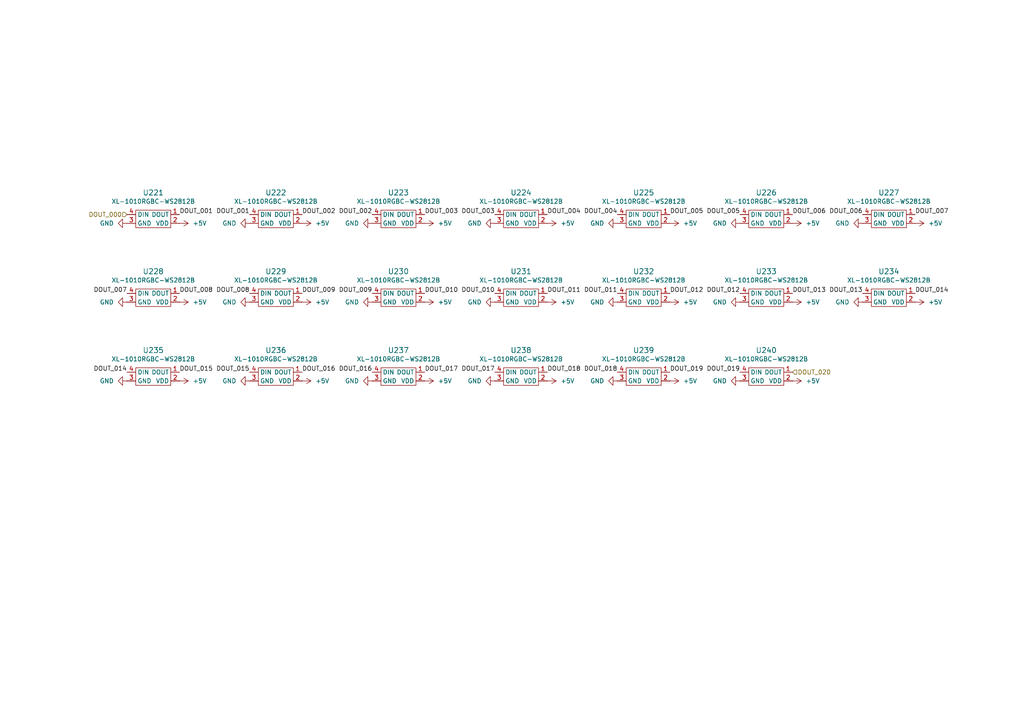
<source format=kicad_sch>
(kicad_sch (version 20250114) (generator "eeschema") (generator_version "9.0")
  (paper "A4")
  (lib_symbols
    (symbol "SK6805-EC10-000:SK6805_EC10-000"
      (property "Reference" "U" (at -2.54 3.556 0))
      (property "Value" "XL-1010RGBC-WS2812B" (at 1.016 -3.81 0))
      (symbol "SK6805_EC10-000_1_1"
        (rectangle (start -5.08 2.54) (end 5.08 -2.54))
        (pin passive line (at -7.62 1.27 0) (length 2.54) (name "DIN") (number "4"))
        (pin passive line (at -7.62 -1.27 0) (length 2.54) (name "GND") (number "3"))
        (pin passive line (at 7.62 1.27 180) (length 2.54) (name "DOUT") (number "1"))
        (pin passive line (at 7.62 -1.27 180) (length 2.54) (name "VDD") (number "2"))
      )
    )
    (symbol "power:+5V" (power) (pin_numbers (hide yes)) (pin_names (offset 0) (hide yes))
      (property "Value" "+5V" (at 0 3.556 0))
      (symbol "+5V_0_1"
        (polyline (pts (xy -0.762 1.27) (xy 0 2.54)))
        (polyline (pts (xy 0 2.54) (xy 0.762 1.27)))
        (polyline (pts (xy 0 0) (xy 0 2.54)))
      )
      (symbol "+5V_1_1"
        (pin power_in line (at 0 0 90) (length 0) (name "~") (number "1"))
      )
    )
    (symbol "power:GND" (power) (pin_numbers (hide yes)) (pin_names (offset 0) (hide yes))
      (property "Value" "GND" (at 0 -3.81 0))
      (symbol "GND_0_1"
        (polyline (pts (xy 0 0) (xy 0 -1.27) (xy 1.27 -1.27) (xy 0 -2.54) (xy -1.27 -1.27) (xy 0 -1.27)))
      )
      (symbol "GND_1_1"
        (pin power_in line (at 0 0 270) (length 0) (name "~") (number "1"))
      )
    )
  )
  (label "DOUT_019" (at 194.31 107.95 0))
  (label "DOUT_018" (at 179.07 107.95 180))
  (label "DOUT_011" (at 158.75 85.09 0))
  (label "DOUT_017" (at 143.51 107.95 180))
  (label "DOUT_002" (at 87.63 62.23 0))
  (label "DOUT_014" (at 265.43 85.09 0))
  (label "DOUT_019" (at 214.63 107.95 180))
  (label "DOUT_014" (at 36.83 107.95 180))
  (label "DOUT_013" (at 229.87 85.09 0))
  (label "DOUT_015" (at 52.07 107.95 0))
  (label "DOUT_001" (at 72.39 62.23 180))
  (label "DOUT_002" (at 107.95 62.23 180))
  (label "DOUT_007" (at 265.43 62.23 0))
  (label "DOUT_004" (at 158.75 62.23 0))
  (label "DOUT_018" (at 158.75 107.95 0))
  (label "DOUT_017" (at 123.19 107.95 0))
  (label "DOUT_009" (at 87.63 85.09 0))
  (label "DOUT_008" (at 72.39 85.09 180))
  (label "DOUT_006" (at 250.19 62.23 180))
  (label "DOUT_016" (at 87.63 107.95 0))
  (label "DOUT_010" (at 123.19 85.09 0))
  (label "DOUT_003" (at 143.51 62.23 180))
  (label "DOUT_009" (at 107.95 85.09 180))
  (label "DOUT_015" (at 72.39 107.95 180))
  (label "DOUT_005" (at 214.63 62.23 180))
  (label "DOUT_013" (at 250.19 85.09 180))
  (label "DOUT_012" (at 194.31 85.09 0))
  (label "DOUT_012" (at 214.63 85.09 180))
  (label "DOUT_001" (at 52.07 62.23 0))
  (label "DOUT_006" (at 229.87 62.23 0))
  (label "DOUT_016" (at 107.95 107.95 180))
  (label "DOUT_003" (at 123.19 62.23 0))
  (label "DOUT_007" (at 36.83 85.09 180))
  (label "DOUT_008" (at 52.07 85.09 0))
  (label "DOUT_010" (at 143.51 85.09 180))
  (label "DOUT_004" (at 179.07 62.23 180))
  (label "DOUT_005" (at 194.31 62.23 0))
  (label "DOUT_011" (at 179.07 85.09 180))
  (hierarchical_label "DOUT_000" (shape input) (at 36.83 62.23 180))
  (hierarchical_label "DOUT_020" (shape input) (at 229.87 107.95 0))
  (symbol (lib_id "SK6805-EC10-000:SK6805_EC10-000") (at 44.45 109.22 0) (unit 1)
    (property "Reference" "U235" (at 44.45 101.6 0) (effects (font (size 1.524 1.524))))
    (property "Value" "XL-1010RGBC-WS2812B" (at 44.45 104.14 0))
    (property "Footprint" "SK6805-EC10-000:SMD-4P,1.1x1.1mm" (effects (hide yes)))
    (property "Datasheet" "4492" (effects (hide yes)))
    (property "LCSC" "C5349953" (effects (hide yes)))
  )
  (symbol (lib_id "power:GND") (at 36.83 110.49 270) (unit 1)
    (property "Reference" "#PWR883" (effects (hide yes)))
    (property "Value" "GND" (at 33.02 110.4899 90) (effects (justify right)))
    (property "Description" "Power symbol creates a global label with name \"GND\" , ground" (effects (hide yes)))
  )
  (symbol (lib_id "power:+5V") (at 229.87 110.49 270) (unit 1)
    (property "Reference" "#PWR952" (effects (hide yes)))
    (property "Value" "+5V" (at 233.68 110.4901 90) (effects (justify left)))
    (property "Description" "Power symbol creates a global label with name \"+5V\"" (effects (hide yes)))
  )
  (symbol (lib_id "power:GND") (at 107.95 87.63 270) (unit 1)
    (property "Reference" "#PWR906" (effects (hide yes)))
    (property "Value" "GND" (at 104.14 87.6299 90) (effects (justify right)))
    (property "Description" "Power symbol creates a global label with name \"GND\" , ground" (effects (hide yes)))
  )
  (symbol (lib_id "SK6805-EC10-000:SK6805_EC10-000") (at 257.81 63.5 0) (unit 1)
    (property "Reference" "U227" (at 257.81 55.88 0) (effects (font (size 1.524 1.524))))
    (property "Value" "XL-1010RGBC-WS2812B" (at 257.81 58.42 0))
    (property "Footprint" "SK6805-EC10-000:SMD-4P,1.1x1.1mm" (effects (hide yes)))
    (property "Datasheet" "4492" (effects (hide yes)))
    (property "LCSC" "C5349953" (effects (hide yes)))
  )
  (symbol (lib_id "power:GND") (at 214.63 64.77 270) (unit 1)
    (property "Reference" "#PWR941" (effects (hide yes)))
    (property "Value" "GND" (at 210.82 64.7699 90) (effects (justify right)))
    (property "Description" "Power symbol creates a global label with name \"GND\" , ground" (effects (hide yes)))
  )
  (symbol (lib_id "power:GND") (at 72.39 64.77 270) (unit 1)
    (property "Reference" "#PWR893" (effects (hide yes)))
    (property "Value" "GND" (at 68.58 64.7699 90) (effects (justify right)))
    (property "Description" "Power symbol creates a global label with name \"GND\" , ground" (effects (hide yes)))
  )
  (symbol (lib_id "power:GND") (at 107.95 110.49 270) (unit 1)
    (property "Reference" "#PWR907" (effects (hide yes)))
    (property "Value" "GND" (at 104.14 110.4899 90) (effects (justify right)))
    (property "Description" "Power symbol creates a global label with name \"GND\" , ground" (effects (hide yes)))
  )
  (symbol (lib_id "power:GND") (at 143.51 64.77 270) (unit 1)
    (property "Reference" "#PWR917" (effects (hide yes)))
    (property "Value" "GND" (at 139.7 64.7699 90) (effects (justify right)))
    (property "Description" "Power symbol creates a global label with name \"GND\" , ground" (effects (hide yes)))
  )
  (symbol (lib_id "power:+5V") (at 87.63 64.77 270) (unit 1)
    (property "Reference" "#PWR902" (effects (hide yes)))
    (property "Value" "+5V" (at 91.44 64.7701 90) (effects (justify left)))
    (property "Description" "Power symbol creates a global label with name \"+5V\"" (effects (hide yes)))
  )
  (symbol (lib_id "power:+5V") (at 52.07 110.49 270) (unit 1)
    (property "Reference" "#PWR892" (effects (hide yes)))
    (property "Value" "+5V" (at 55.88 110.4901 90) (effects (justify left)))
    (property "Description" "Power symbol creates a global label with name \"+5V\"" (effects (hide yes)))
  )
  (symbol (lib_id "SK6805-EC10-000:SK6805_EC10-000") (at 222.25 63.5 0) (unit 1)
    (property "Reference" "U226" (at 222.25 55.88 0) (effects (font (size 1.524 1.524))))
    (property "Value" "XL-1010RGBC-WS2812B" (at 222.25 58.42 0))
    (property "Footprint" "SK6805-EC10-000:SMD-4P,1.1x1.1mm" (effects (hide yes)))
    (property "Datasheet" "4492" (effects (hide yes)))
    (property "LCSC" "C5349953" (effects (hide yes)))
  )
  (symbol (lib_id "SK6805-EC10-000:SK6805_EC10-000") (at 186.69 63.5 0) (unit 1)
    (property "Reference" "U225" (at 186.69 55.88 0) (effects (font (size 1.524 1.524))))
    (property "Value" "XL-1010RGBC-WS2812B" (at 186.69 58.42 0))
    (property "Footprint" "SK6805-EC10-000:SMD-4P,1.1x1.1mm" (effects (hide yes)))
    (property "Datasheet" "4492" (effects (hide yes)))
    (property "LCSC" "C5349953" (effects (hide yes)))
  )
  (symbol (lib_id "power:+5V") (at 123.19 110.49 270) (unit 1)
    (property "Reference" "#PWR916" (effects (hide yes)))
    (property "Value" "+5V" (at 127 110.4901 90) (effects (justify left)))
    (property "Description" "Power symbol creates a global label with name \"+5V\"" (effects (hide yes)))
  )
  (symbol (lib_id "power:+5V") (at 123.19 64.77 270) (unit 1)
    (property "Reference" "#PWR914" (effects (hide yes)))
    (property "Value" "+5V" (at 127 64.7701 90) (effects (justify left)))
    (property "Description" "Power symbol creates a global label with name \"+5V\"" (effects (hide yes)))
  )
  (symbol (lib_id "SK6805-EC10-000:SK6805_EC10-000") (at 222.25 109.22 0) (unit 1)
    (property "Reference" "U240" (at 222.25 101.6 0) (effects (font (size 1.524 1.524))))
    (property "Value" "XL-1010RGBC-WS2812B" (at 222.25 104.14 0))
    (property "Footprint" "SK6805-EC10-000:SMD-4P,1.1x1.1mm" (effects (hide yes)))
    (property "Datasheet" "4492" (effects (hide yes)))
    (property "LCSC" "C5349953" (effects (hide yes)))
  )
  (symbol (lib_id "power:GND") (at 72.39 87.63 270) (unit 1)
    (property "Reference" "#PWR894" (effects (hide yes)))
    (property "Value" "GND" (at 68.58 87.6299 90) (effects (justify right)))
    (property "Description" "Power symbol creates a global label with name \"GND\" , ground" (effects (hide yes)))
  )
  (symbol (lib_id "power:+5V") (at 87.63 87.63 270) (unit 1)
    (property "Reference" "#PWR903" (effects (hide yes)))
    (property "Value" "+5V" (at 91.44 87.6301 90) (effects (justify left)))
    (property "Description" "Power symbol creates a global label with name \"+5V\"" (effects (hide yes)))
  )
  (symbol (lib_id "power:+5V") (at 158.75 64.77 270) (unit 1)
    (property "Reference" "#PWR926" (effects (hide yes)))
    (property "Value" "+5V" (at 162.56 64.7701 90) (effects (justify left)))
    (property "Description" "Power symbol creates a global label with name \"+5V\"" (effects (hide yes)))
  )
  (symbol (lib_id "SK6805-EC10-000:SK6805_EC10-000") (at 151.13 63.5 0) (unit 1)
    (property "Reference" "U224" (at 151.13 55.88 0) (effects (font (size 1.524 1.524))))
    (property "Value" "XL-1010RGBC-WS2812B" (at 151.13 58.42 0))
    (property "Footprint" "SK6805-EC10-000:SMD-4P,1.1x1.1mm" (effects (hide yes)))
    (property "Datasheet" "4492" (effects (hide yes)))
    (property "LCSC" "C5349953" (effects (hide yes)))
  )
  (symbol (lib_id "power:+5V") (at 158.75 110.49 270) (unit 1)
    (property "Reference" "#PWR928" (effects (hide yes)))
    (property "Value" "+5V" (at 162.56 110.4901 90) (effects (justify left)))
    (property "Description" "Power symbol creates a global label with name \"+5V\"" (effects (hide yes)))
  )
  (symbol (lib_id "power:GND") (at 250.19 87.63 270) (unit 1)
    (property "Reference" "#PWR954" (effects (hide yes)))
    (property "Value" "GND" (at 246.38 87.6299 90) (effects (justify right)))
    (property "Description" "Power symbol creates a global label with name \"GND\" , ground" (effects (hide yes)))
  )
  (symbol (lib_id "SK6805-EC10-000:SK6805_EC10-000") (at 115.57 109.22 0) (unit 1)
    (property "Reference" "U237" (at 115.57 101.6 0) (effects (font (size 1.524 1.524))))
    (property "Value" "XL-1010RGBC-WS2812B" (at 115.57 104.14 0))
    (property "Footprint" "SK6805-EC10-000:SMD-4P,1.1x1.1mm" (effects (hide yes)))
    (property "Datasheet" "4492" (effects (hide yes)))
    (property "LCSC" "C5349953" (effects (hide yes)))
  )
  (symbol (lib_id "power:GND") (at 179.07 64.77 270) (unit 1)
    (property "Reference" "#PWR929" (effects (hide yes)))
    (property "Value" "GND" (at 175.26 64.7699 90) (effects (justify right)))
    (property "Description" "Power symbol creates a global label with name \"GND\" , ground" (effects (hide yes)))
  )
  (symbol (lib_id "SK6805-EC10-000:SK6805_EC10-000") (at 186.69 86.36 0) (unit 1)
    (property "Reference" "U232" (at 186.69 78.74 0) (effects (font (size 1.524 1.524))))
    (property "Value" "XL-1010RGBC-WS2812B" (at 186.69 81.28 0))
    (property "Footprint" "SK6805-EC10-000:SMD-4P,1.1x1.1mm" (effects (hide yes)))
    (property "Datasheet" "4492" (effects (hide yes)))
    (property "LCSC" "C5349953" (effects (hide yes)))
  )
  (symbol (lib_id "power:+5V") (at 194.31 110.49 270) (unit 1)
    (property "Reference" "#PWR940" (effects (hide yes)))
    (property "Value" "+5V" (at 198.12 110.4901 90) (effects (justify left)))
    (property "Description" "Power symbol creates a global label with name \"+5V\"" (effects (hide yes)))
  )
  (symbol (lib_id "SK6805-EC10-000:SK6805_EC10-000") (at 80.01 86.36 0) (unit 1)
    (property "Reference" "U229" (at 80.01 78.74 0) (effects (font (size 1.524 1.524))))
    (property "Value" "XL-1010RGBC-WS2812B" (at 80.01 81.28 0))
    (property "Footprint" "SK6805-EC10-000:SMD-4P,1.1x1.1mm" (effects (hide yes)))
    (property "Datasheet" "4492" (effects (hide yes)))
    (property "LCSC" "C5349953" (effects (hide yes)))
  )
  (symbol (lib_id "SK6805-EC10-000:SK6805_EC10-000") (at 151.13 86.36 0) (unit 1)
    (property "Reference" "U231" (at 151.13 78.74 0) (effects (font (size 1.524 1.524))))
    (property "Value" "XL-1010RGBC-WS2812B" (at 151.13 81.28 0))
    (property "Footprint" "SK6805-EC10-000:SMD-4P,1.1x1.1mm" (effects (hide yes)))
    (property "Datasheet" "4492" (effects (hide yes)))
    (property "LCSC" "C5349953" (effects (hide yes)))
  )
  (symbol (lib_id "power:+5V") (at 194.31 64.77 270) (unit 1)
    (property "Reference" "#PWR938" (effects (hide yes)))
    (property "Value" "+5V" (at 198.12 64.7701 90) (effects (justify left)))
    (property "Description" "Power symbol creates a global label with name \"+5V\"" (effects (hide yes)))
  )
  (symbol (lib_id "SK6805-EC10-000:SK6805_EC10-000") (at 44.45 86.36 0) (unit 1)
    (property "Reference" "U228" (at 44.45 78.74 0) (effects (font (size 1.524 1.524))))
    (property "Value" "XL-1010RGBC-WS2812B" (at 44.45 81.28 0))
    (property "Footprint" "SK6805-EC10-000:SMD-4P,1.1x1.1mm" (effects (hide yes)))
    (property "Datasheet" "4492" (effects (hide yes)))
    (property "LCSC" "C5349953" (effects (hide yes)))
  )
  (symbol (lib_id "power:+5V") (at 229.87 87.63 270) (unit 1)
    (property "Reference" "#PWR951" (effects (hide yes)))
    (property "Value" "+5V" (at 233.68 87.6301 90) (effects (justify left)))
    (property "Description" "Power symbol creates a global label with name \"+5V\"" (effects (hide yes)))
  )
  (symbol (lib_id "power:+5V") (at 194.31 87.63 270) (unit 1)
    (property "Reference" "#PWR939" (effects (hide yes)))
    (property "Value" "+5V" (at 198.12 87.6301 90) (effects (justify left)))
    (property "Description" "Power symbol creates a global label with name \"+5V\"" (effects (hide yes)))
  )
  (symbol (lib_id "SK6805-EC10-000:SK6805_EC10-000") (at 151.13 109.22 0) (unit 1)
    (property "Reference" "U238" (at 151.13 101.6 0) (effects (font (size 1.524 1.524))))
    (property "Value" "XL-1010RGBC-WS2812B" (at 151.13 104.14 0))
    (property "Footprint" "SK6805-EC10-000:SMD-4P,1.1x1.1mm" (effects (hide yes)))
    (property "Datasheet" "4492" (effects (hide yes)))
    (property "LCSC" "C5349953" (effects (hide yes)))
  )
  (symbol (lib_id "power:GND") (at 36.83 64.77 270) (unit 1)
    (property "Reference" "#PWR881" (effects (hide yes)))
    (property "Value" "GND" (at 33.02 64.7699 90) (effects (justify right)))
    (property "Description" "Power symbol creates a global label with name \"GND\" , ground" (effects (hide yes)))
  )
  (symbol (lib_id "power:GND") (at 36.83 87.63 270) (unit 1)
    (property "Reference" "#PWR882" (effects (hide yes)))
    (property "Value" "GND" (at 33.02 87.6299 90) (effects (justify right)))
    (property "Description" "Power symbol creates a global label with name \"GND\" , ground" (effects (hide yes)))
  )
  (symbol (lib_id "power:+5V") (at 52.07 64.77 270) (unit 1)
    (property "Reference" "#PWR890" (effects (hide yes)))
    (property "Value" "+5V" (at 55.88 64.7701 90) (effects (justify left)))
    (property "Description" "Power symbol creates a global label with name \"+5V\"" (effects (hide yes)))
  )
  (symbol (lib_id "SK6805-EC10-000:SK6805_EC10-000") (at 115.57 86.36 0) (unit 1)
    (property "Reference" "U230" (at 115.57 78.74 0) (effects (font (size 1.524 1.524))))
    (property "Value" "XL-1010RGBC-WS2812B" (at 115.57 81.28 0))
    (property "Footprint" "SK6805-EC10-000:SMD-4P,1.1x1.1mm" (effects (hide yes)))
    (property "Datasheet" "4492" (effects (hide yes)))
    (property "LCSC" "C5349953" (effects (hide yes)))
  )
  (symbol (lib_id "power:GND") (at 250.19 64.77 270) (unit 1)
    (property "Reference" "#PWR953" (effects (hide yes)))
    (property "Value" "GND" (at 246.38 64.7699 90) (effects (justify right)))
    (property "Description" "Power symbol creates a global label with name \"GND\" , ground" (effects (hide yes)))
  )
  (symbol (lib_id "power:GND") (at 143.51 87.63 270) (unit 1)
    (property "Reference" "#PWR918" (effects (hide yes)))
    (property "Value" "GND" (at 139.7 87.6299 90) (effects (justify right)))
    (property "Description" "Power symbol creates a global label with name \"GND\" , ground" (effects (hide yes)))
  )
  (symbol (lib_id "SK6805-EC10-000:SK6805_EC10-000") (at 186.69 109.22 0) (unit 1)
    (property "Reference" "U239" (at 186.69 101.6 0) (effects (font (size 1.524 1.524))))
    (property "Value" "XL-1010RGBC-WS2812B" (at 186.69 104.14 0))
    (property "Footprint" "SK6805-EC10-000:SMD-4P,1.1x1.1mm" (effects (hide yes)))
    (property "Datasheet" "4492" (effects (hide yes)))
    (property "LCSC" "C5349953" (effects (hide yes)))
  )
  (symbol (lib_id "power:GND") (at 143.51 110.49 270) (unit 1)
    (property "Reference" "#PWR919" (effects (hide yes)))
    (property "Value" "GND" (at 139.7 110.4899 90) (effects (justify right)))
    (property "Description" "Power symbol creates a global label with name \"GND\" , ground" (effects (hide yes)))
  )
  (symbol (lib_id "SK6805-EC10-000:SK6805_EC10-000") (at 257.81 86.36 0) (unit 1)
    (property "Reference" "U234" (at 257.81 78.74 0) (effects (font (size 1.524 1.524))))
    (property "Value" "XL-1010RGBC-WS2812B" (at 257.81 81.28 0))
    (property "Footprint" "SK6805-EC10-000:SMD-4P,1.1x1.1mm" (effects (hide yes)))
    (property "Datasheet" "4492" (effects (hide yes)))
    (property "LCSC" "C5349953" (effects (hide yes)))
  )
  (symbol (lib_id "power:+5V") (at 123.19 87.63 270) (unit 1)
    (property "Reference" "#PWR915" (effects (hide yes)))
    (property "Value" "+5V" (at 127 87.6301 90) (effects (justify left)))
    (property "Description" "Power symbol creates a global label with name \"+5V\"" (effects (hide yes)))
  )
  (symbol (lib_id "SK6805-EC10-000:SK6805_EC10-000") (at 222.25 86.36 0) (unit 1)
    (property "Reference" "U233" (at 222.25 78.74 0) (effects (font (size 1.524 1.524))))
    (property "Value" "XL-1010RGBC-WS2812B" (at 222.25 81.28 0))
    (property "Footprint" "SK6805-EC10-000:SMD-4P,1.1x1.1mm" (effects (hide yes)))
    (property "Datasheet" "4492" (effects (hide yes)))
    (property "LCSC" "C5349953" (effects (hide yes)))
  )
  (symbol (lib_id "SK6805-EC10-000:SK6805_EC10-000") (at 80.01 63.5 0) (unit 1)
    (property "Reference" "U222" (at 80.01 55.88 0) (effects (font (size 1.524 1.524))))
    (property "Value" "XL-1010RGBC-WS2812B" (at 80.01 58.42 0))
    (property "Footprint" "SK6805-EC10-000:SMD-4P,1.1x1.1mm" (effects (hide yes)))
    (property "Datasheet" "4492" (effects (hide yes)))
    (property "LCSC" "C5349953" (effects (hide yes)))
  )
  (symbol (lib_id "power:+5V") (at 229.87 64.77 270) (unit 1)
    (property "Reference" "#PWR950" (effects (hide yes)))
    (property "Value" "+5V" (at 233.68 64.7701 90) (effects (justify left)))
    (property "Description" "Power symbol creates a global label with name \"+5V\"" (effects (hide yes)))
  )
  (symbol (lib_id "power:+5V") (at 265.43 87.63 270) (unit 1)
    (property "Reference" "#PWR960" (effects (hide yes)))
    (property "Value" "+5V" (at 269.24 87.6301 90) (effects (justify left)))
    (property "Description" "Power symbol creates a global label with name \"+5V\"" (effects (hide yes)))
  )
  (symbol (lib_id "power:GND") (at 107.95 64.77 270) (unit 1)
    (property "Reference" "#PWR905" (effects (hide yes)))
    (property "Value" "GND" (at 104.14 64.7699 90) (effects (justify right)))
    (property "Description" "Power symbol creates a global label with name \"GND\" , ground" (effects (hide yes)))
  )
  (symbol (lib_id "power:GND") (at 179.07 87.63 270) (unit 1)
    (property "Reference" "#PWR930" (effects (hide yes)))
    (property "Value" "GND" (at 175.26 87.6299 90) (effects (justify right)))
    (property "Description" "Power symbol creates a global label with name \"GND\" , ground" (effects (hide yes)))
  )
  (symbol (lib_id "SK6805-EC10-000:SK6805_EC10-000") (at 80.01 109.22 0) (unit 1)
    (property "Reference" "U236" (at 80.01 101.6 0) (effects (font (size 1.524 1.524))))
    (property "Value" "XL-1010RGBC-WS2812B" (at 80.01 104.14 0))
    (property "Footprint" "SK6805-EC10-000:SMD-4P,1.1x1.1mm" (effects (hide yes)))
    (property "Datasheet" "4492" (effects (hide yes)))
    (property "LCSC" "C5349953" (effects (hide yes)))
  )
  (symbol (lib_id "power:+5V") (at 265.43 64.77 270) (unit 1)
    (property "Reference" "#PWR959" (effects (hide yes)))
    (property "Value" "+5V" (at 269.24 64.7701 90) (effects (justify left)))
    (property "Description" "Power symbol creates a global label with name \"+5V\"" (effects (hide yes)))
  )
  (symbol (lib_id "power:+5V") (at 52.07 87.63 270) (unit 1)
    (property "Reference" "#PWR891" (effects (hide yes)))
    (property "Value" "+5V" (at 55.88 87.6301 90) (effects (justify left)))
    (property "Description" "Power symbol creates a global label with name \"+5V\"" (effects (hide yes)))
  )
  (symbol (lib_id "SK6805-EC10-000:SK6805_EC10-000") (at 44.45 63.5 0) (unit 1)
    (property "Reference" "U221" (at 44.45 55.88 0) (effects (font (size 1.524 1.524))))
    (property "Value" "XL-1010RGBC-WS2812B" (at 44.45 58.42 0))
    (property "Footprint" "SK6805-EC10-000:SMD-4P,1.1x1.1mm" (effects (hide yes)))
    (property "Datasheet" "4492" (effects (hide yes)))
    (property "LCSC" "C5349953" (effects (hide yes)))
  )
  (symbol (lib_id "power:+5V") (at 158.75 87.63 270) (unit 1)
    (property "Reference" "#PWR927" (effects (hide yes)))
    (property "Value" "+5V" (at 162.56 87.6301 90) (effects (justify left)))
    (property "Description" "Power symbol creates a global label with name \"+5V\"" (effects (hide yes)))
  )
  (symbol (lib_id "power:+5V") (at 87.63 110.49 270) (unit 1)
    (property "Reference" "#PWR904" (effects (hide yes)))
    (property "Value" "+5V" (at 91.44 110.4901 90) (effects (justify left)))
    (property "Description" "Power symbol creates a global label with name \"+5V\"" (effects (hide yes)))
  )
  (symbol (lib_id "power:GND") (at 214.63 87.63 270) (unit 1)
    (property "Reference" "#PWR942" (effects (hide yes)))
    (property "Value" "GND" (at 210.82 87.6299 90) (effects (justify right)))
    (property "Description" "Power symbol creates a global label with name \"GND\" , ground" (effects (hide yes)))
  )
  (symbol (lib_id "SK6805-EC10-000:SK6805_EC10-000") (at 115.57 63.5 0) (unit 1)
    (property "Reference" "U223" (at 115.57 55.88 0) (effects (font (size 1.524 1.524))))
    (property "Value" "XL-1010RGBC-WS2812B" (at 115.57 58.42 0))
    (property "Footprint" "SK6805-EC10-000:SMD-4P,1.1x1.1mm" (effects (hide yes)))
    (property "Datasheet" "4492" (effects (hide yes)))
    (property "LCSC" "C5349953" (effects (hide yes)))
  )
  (symbol (lib_id "power:GND") (at 72.39 110.49 270) (unit 1)
    (property "Reference" "#PWR895" (effects (hide yes)))
    (property "Value" "GND" (at 68.58 110.4899 90) (effects (justify right)))
    (property "Description" "Power symbol creates a global label with name \"GND\" , ground" (effects (hide yes)))
  )
  (symbol (lib_id "power:GND") (at 214.63 110.49 270) (unit 1)
    (property "Reference" "#PWR943" (effects (hide yes)))
    (property "Value" "GND" (at 210.82 110.4899 90) (effects (justify right)))
    (property "Description" "Power symbol creates a global label with name \"GND\" , ground" (effects (hide yes)))
  )
  (symbol (lib_id "power:GND") (at 179.07 110.49 270) (unit 1)
    (property "Reference" "#PWR931" (effects (hide yes)))
    (property "Value" "GND" (at 175.26 110.4899 90) (effects (justify right)))
    (property "Description" "Power symbol creates a global label with name \"GND\" , ground" (effects (hide yes)))
  )
)
</source>
